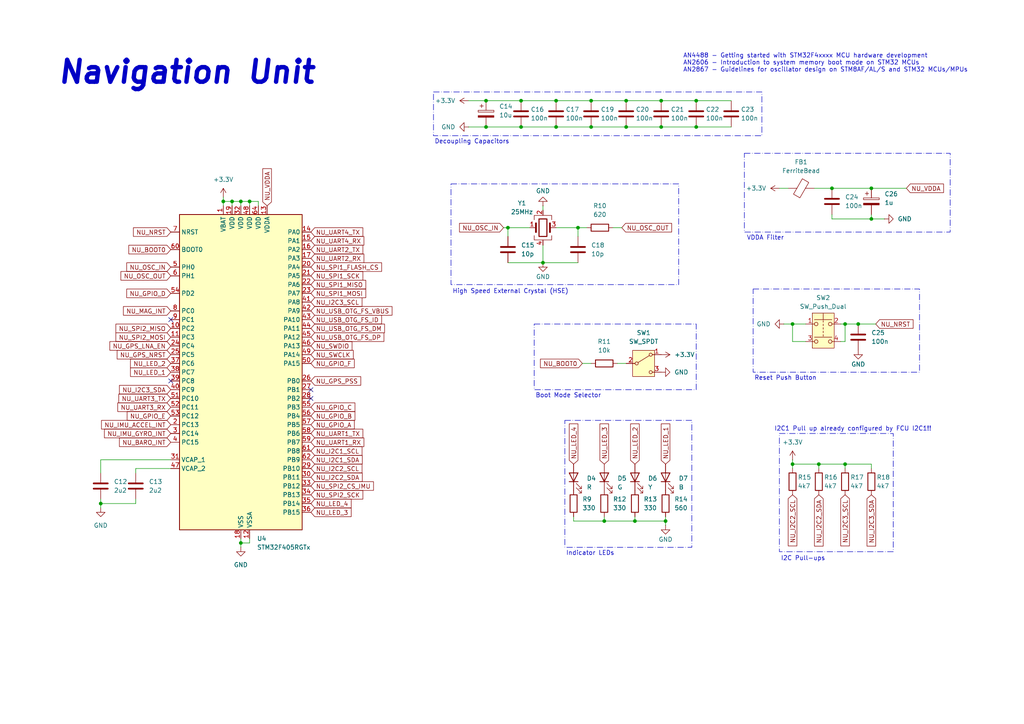
<source format=kicad_sch>
(kicad_sch (version 20250114) (generator "eeschema") (generator_version "9.0")
  (paper "A4")
  (title_block (title "Navigation Unit") (rev "0.1.2") (company "Breno Soares Alves"))
  (lib_symbols
    (symbol "Device:C" (pin_numbers (hide yes)) (pin_names (offset 0.254))
      (property "Reference" "C" (at 0.635 2.54 0))
      (property "Value" "C" (at 0.635 -2.54 0))
      (symbol "C_0_1"
        (polyline (pts (xy -2.032 0.762) (xy 2.032 0.762)) (stroke (width 0.508)))
        (polyline (pts (xy -2.032 -0.762) (xy 2.032 -0.762)) (stroke (width 0.508)))
      )
      (symbol "C_1_1"
        (pin passive line (at 0 3.81 270) (length 2.794) (name "~") (number "1"))
        (pin passive line (at 0 -3.81 90) (length 2.794) (name "~") (number "2"))
      )
    )
    (symbol "Device:C_Polarized" (pin_numbers (hide yes)) (pin_names (offset 0.254))
      (property "Reference" "C" (at 0.635 2.54 0))
      (property "Value" "C_Polarized" (at 0.635 -2.54 0))
      (symbol "C_Polarized_0_1"
        (rectangle (start -2.286 0.508) (end 2.286 1.016))
        (polyline (pts (xy -1.778 2.286) (xy -0.762 2.286)))
        (polyline (pts (xy -1.27 2.794) (xy -1.27 1.778)))
        (rectangle (start 2.286 -0.508) (end -2.286 -1.016) (fill (type outline)))
      )
      (symbol "C_Polarized_1_1"
        (pin passive line (at 0 3.81 270) (length 2.794) (name "~") (number "1"))
        (pin passive line (at 0 -3.81 90) (length 2.794) (name "~") (number "2"))
      )
    )
    (symbol "Device:Crystal_GND24" (pin_names (offset 1.016) (hide yes))
      (property "Reference" "Y" (at 3.175 5.08 0))
      (property "Value" "Crystal_GND24" (at 3.175 3.175 0))
      (symbol "Crystal_GND24_0_1"
        (polyline (pts (xy -2.54 2.286) (xy -2.54 3.556) (xy 2.54 3.556) (xy 2.54 2.286)))
        (polyline (pts (xy -2.54 0) (xy -2.032 0)))
        (polyline (pts (xy -2.54 -2.286) (xy -2.54 -3.556) (xy 2.54 -3.556) (xy 2.54 -2.286)))
        (polyline (pts (xy -2.032 -1.27) (xy -2.032 1.27)) (stroke (width 0.508)))
        (rectangle (start -1.143 2.54) (end 1.143 -2.54) (stroke (width 0.3048)))
        (polyline (pts (xy 0 3.556) (xy 0 3.81)))
        (polyline (pts (xy 0 -3.81) (xy 0 -3.556)))
        (polyline (pts (xy 2.032 0) (xy 2.54 0)))
        (polyline (pts (xy 2.032 -1.27) (xy 2.032 1.27)) (stroke (width 0.508)))
      )
      (symbol "Crystal_GND24_1_1"
        (pin passive line (at -3.81 0 0) (length 1.27) (name "1") (number "1"))
        (pin passive line (at 0 5.08 270) (length 1.27) (name "2") (number "2"))
        (pin passive line (at 0 -5.08 90) (length 1.27) (name "4") (number "4"))
        (pin passive line (at 3.81 0 180) (length 1.27) (name "3") (number "3"))
      )
    )
    (symbol "Device:FerriteBead" (pin_numbers (hide yes)) (pin_names (offset 0))
      (property "Reference" "FB" (at -3.81 0.635 90))
      (property "Value" "FerriteBead" (at 3.81 0 90))
      (symbol "FerriteBead_0_1"
        (polyline (pts (xy -2.7686 0.4064) (xy -1.7018 2.2606) (xy 2.7686 -0.3048) (xy 1.6764 -2.159) (xy -2.7686 0.4064)))
        (polyline (pts (xy 0 1.27) (xy 0 1.2954)))
        (polyline (pts (xy 0 -1.27) (xy 0 -1.2192)))
      )
      (symbol "FerriteBead_1_1"
        (pin passive line (at 0 3.81 270) (length 2.54) (name "~") (number "1"))
        (pin passive line (at 0 -3.81 90) (length 2.54) (name "~") (number "2"))
      )
    )
    (symbol "Device:LED" (pin_numbers (hide yes)) (pin_names (offset 1.016) (hide yes))
      (property "Reference" "D" (at 0 2.54 0))
      (property "Value" "LED" (at 0 -2.54 0))
      (symbol "LED_0_1"
        (polyline (pts (xy -3.048 -0.762) (xy -4.572 -2.286) (xy -3.81 -2.286) (xy -4.572 -2.286) (xy -4.572 -1.524)))
        (polyline (pts (xy -1.778 -0.762) (xy -3.302 -2.286) (xy -2.54 -2.286) (xy -3.302 -2.286) (xy -3.302 -1.524)))
        (polyline (pts (xy -1.27 0) (xy 1.27 0)))
        (polyline (pts (xy -1.27 -1.27) (xy -1.27 1.27)) (stroke (width 0.254)))
        (polyline (pts (xy 1.27 -1.27) (xy 1.27 1.27) (xy -1.27 0) (xy 1.27 -1.27)) (stroke (width 0.254)))
      )
      (symbol "LED_1_1"
        (pin passive line (at -3.81 0 0) (length 2.54) (name "K") (number "1"))
        (pin passive line (at 3.81 0 180) (length 2.54) (name "A") (number "2"))
      )
    )
    (symbol "Device:R" (pin_numbers (hide yes)) (pin_names (offset 0))
      (property "Reference" "R" (at 2.032 0 90))
      (property "Value" "R" (at 0 0 90))
      (symbol "R_0_1"
        (rectangle (start -1.016 -2.54) (end 1.016 2.54) (stroke (width 0.254)))
      )
      (symbol "R_1_1"
        (pin passive line (at 0 3.81 270) (length 1.27) (name "~") (number "1"))
        (pin passive line (at 0 -3.81 90) (length 1.27) (name "~") (number "2"))
      )
    )
    (symbol "MCU_ST_STM32F4:STM32F405RGTx"
      (property "Reference" "U" (at -17.78 46.99 0))
      (property "Value" "STM32F405RGTx" (at 10.16 46.99 0))
      (symbol "STM32F405RGTx_0_1"
        (rectangle (start -17.78 -45.72) (end 17.78 45.72) (stroke (width 0.254)) (fill (type background)))
      )
      (symbol "STM32F405RGTx_1_1"
        (pin input line (at -20.32 40.64 0) (length 2.54) (name "NRST") (number "7"))
        (pin input line (at -20.32 35.56 0) (length 2.54) (name "BOOT0") (number "60"))
        (pin bidirectional line (at -20.32 30.48 0) (length 2.54) (name "PH0") (number "5"))
        (pin bidirectional line (at -20.32 27.94 0) (length 2.54) (name "PH1") (number "6"))
        (pin bidirectional line (at -20.32 22.86 0) (length 2.54) (name "PD2") (number "54"))
        (pin bidirectional line (at -20.32 17.78 0) (length 2.54) (name "PC0") (number "8"))
        (pin bidirectional line (at -20.32 15.24 0) (length 2.54) (name "PC1") (number "9"))
        (pin bidirectional line (at -20.32 12.7 0) (length 2.54) (name "PC2") (number "10"))
        (pin bidirectional line (at -20.32 10.16 0) (length 2.54) (name "PC3") (number "11"))
        (pin bidirectional line (at -20.32 7.62 0) (length 2.54) (name "PC4") (number "24"))
        (pin bidirectional line (at -20.32 5.08 0) (length 2.54) (name "PC5") (number "25"))
        (pin bidirectional line (at -20.32 2.54 0) (length 2.54) (name "PC6") (number "37"))
        (pin bidirectional line (at -20.32 0 0) (length 2.54) (name "PC7") (number "38"))
        (pin bidirectional line (at -20.32 -2.54 0) (length 2.54) (name "PC8") (number "39"))
        (pin bidirectional line (at -20.32 -5.08 0) (length 2.54) (name "PC9") (number "40"))
        (pin bidirectional line (at -20.32 -7.62 0) (length 2.54) (name "PC10") (number "51"))
        (pin bidirectional line (at -20.32 -10.16 0) (length 2.54) (name "PC11") (number "52"))
        (pin bidirectional line (at -20.32 -12.7 0) (length 2.54) (name "PC12") (number "53"))
        (pin bidirectional line (at -20.32 -15.24 0) (length 2.54) (name "PC13") (number "2"))
        (pin bidirectional line (at -20.32 -17.78 0) (length 2.54) (name "PC14") (number "3"))
        (pin bidirectional line (at -20.32 -20.32 0) (length 2.54) (name "PC15") (number "4"))
        (pin power_out line (at -20.32 -25.4 0) (length 2.54) (name "VCAP_1") (number "31"))
        (pin power_out line (at -20.32 -27.94 0) (length 2.54) (name "VCAP_2") (number "47"))
        (pin power_in line (at -5.08 48.26 270) (length 2.54) (name "VBAT") (number "1"))
        (pin power_in line (at -2.54 48.26 270) (length 2.54) (name "VDD") (number "19"))
        (pin power_in line (at 0 48.26 270) (length 2.54) (name "VDD") (number "32"))
        (pin power_in line (at 0 -48.26 90) (length 2.54) (name "VSS") (number "18"))
        (pin passive line (at 0 -48.26 90) (length 2.54) (hide yes) (name "VSS") (number "63"))
        (pin power_in line (at 2.54 48.26 270) (length 2.54) (name "VDD") (number "48"))
        (pin power_in line (at 2.54 -48.26 90) (length 2.54) (name "VSSA") (number "12"))
        (pin power_in line (at 5.08 48.26 270) (length 2.54) (name "VDD") (number "64"))
        (pin power_in line (at 7.62 48.26 270) (length 2.54) (name "VDDA") (number "13"))
        (pin bidirectional line (at 20.32 40.64 180) (length 2.54) (name "PA0") (number "14"))
        (pin bidirectional line (at 20.32 38.1 180) (length 2.54) (name "PA1") (number "15"))
        (pin bidirectional line (at 20.32 35.56 180) (length 2.54) (name "PA2") (number "16"))
        (pin bidirectional line (at 20.32 33.02 180) (length 2.54) (name "PA3") (number "17"))
        (pin bidirectional line (at 20.32 30.48 180) (length 2.54) (name "PA4") (number "20"))
        (pin bidirectional line (at 20.32 27.94 180) (length 2.54) (name "PA5") (number "21"))
        (pin bidirectional line (at 20.32 25.4 180) (length 2.54) (name "PA6") (number "22"))
        (pin bidirectional line (at 20.32 22.86 180) (length 2.54) (name "PA7") (number "23"))
        (pin bidirectional line (at 20.32 20.32 180) (length 2.54) (name "PA8") (number "41"))
        (pin bidirectional line (at 20.32 17.78 180) (length 2.54) (name "PA9") (number "42"))
        (pin bidirectional line (at 20.32 15.24 180) (length 2.54) (name "PA10") (number "43"))
        (pin bidirectional line (at 20.32 12.7 180) (length 2.54) (name "PA11") (number "44"))
        (pin bidirectional line (at 20.32 10.16 180) (length 2.54) (name "PA12") (number "45"))
        (pin bidirectional line (at 20.32 7.62 180) (length 2.54) (name "PA13") (number "46"))
        (pin bidirectional line (at 20.32 5.08 180) (length 2.54) (name "PA14") (number "49"))
        (pin bidirectional line (at 20.32 2.54 180) (length 2.54) (name "PA15") (number "50"))
        (pin bidirectional line (at 20.32 -2.54 180) (length 2.54) (name "PB0") (number "26"))
        (pin bidirectional line (at 20.32 -5.08 180) (length 2.54) (name "PB1") (number "27"))
        (pin bidirectional line (at 20.32 -7.62 180) (length 2.54) (name "PB2") (number "28"))
        (pin bidirectional line (at 20.32 -10.16 180) (length 2.54) (name "PB3") (number "55"))
        (pin bidirectional line (at 20.32 -12.7 180) (length 2.54) (name "PB4") (number "56"))
        (pin bidirectional line (at 20.32 -15.24 180) (length 2.54) (name "PB5") (number "57"))
        (pin bidirectional line (at 20.32 -17.78 180) (length 2.54) (name "PB6") (number "58"))
        (pin bidirectional line (at 20.32 -20.32 180) (length 2.54) (name "PB7") (number "59"))
        (pin bidirectional line (at 20.32 -22.86 180) (length 2.54) (name "PB8") (number "61"))
        (pin bidirectional line (at 20.32 -25.4 180) (length 2.54) (name "PB9") (number "62"))
        (pin bidirectional line (at 20.32 -27.94 180) (length 2.54) (name "PB10") (number "29"))
        (pin bidirectional line (at 20.32 -30.48 180) (length 2.54) (name "PB11") (number "30"))
        (pin bidirectional line (at 20.32 -33.02 180) (length 2.54) (name "PB12") (number "33"))
        (pin bidirectional line (at 20.32 -35.56 180) (length 2.54) (name "PB13") (number "34"))
        (pin bidirectional line (at 20.32 -38.1 180) (length 2.54) (name "PB14") (number "35"))
        (pin bidirectional line (at 20.32 -40.64 180) (length 2.54) (name "PB15") (number "36"))
      )
    )
    (symbol "Switch:SW_Push_Dual" (pin_names (offset 1.016) (hide yes))
      (property "Reference" "SW" (at 0 7.62 0))
      (property "Value" "SW_Push_Dual" (at 0 -6.35 0))
      (symbol "SW_Push_Dual_0_1"
        (circle (center -2.032 2.54) (radius 0.508))
        (circle (center -2.032 -2.54) (radius 0.508))
        (polyline (pts (xy 0 3.81) (xy 0 5.588)))
        (polyline (pts (xy 0 3.048) (xy 0 3.556)))
        (polyline (pts (xy 0 2.032) (xy 0 2.54)))
        (polyline (pts (xy 0 1.016) (xy 0 1.524)))
        (polyline (pts (xy 0 0.508) (xy 0 0)))
        (polyline (pts (xy 0 -0.508) (xy 0 -1.016)))
        (circle (center 2.032 2.54) (radius 0.508))
        (circle (center 2.032 -2.54) (radius 0.508))
        (polyline (pts (xy 2.54 3.81) (xy -2.54 3.81)))
        (polyline (pts (xy 2.54 -1.27) (xy -2.54 -1.27)))
        (pin passive line (at -5.08 2.54 0) (length 2.54) (name "1") (number "1"))
        (pin passive line (at -5.08 -2.54 0) (length 2.54) (name "3") (number "3"))
        (pin passive line (at 5.08 2.54 180) (length 2.54) (name "2") (number "2"))
        (pin passive line (at 5.08 -2.54 180) (length 2.54) (name "4") (number "4"))
      )
      (symbol "SW_Push_Dual_1_1"
        (rectangle (start -3.175 5.715) (end 3.175 -4.445) (fill (type background)))
      )
    )
    (symbol "Switch:SW_SPDT" (pin_names (offset 0) (hide yes))
      (property "Reference" "SW" (at 0 5.08 0))
      (property "Value" "SW_SPDT" (at 0 -5.08 0))
      (symbol "SW_SPDT_0_1"
        (circle (center -2.032 0) (radius 0.4572))
        (polyline (pts (xy -1.651 0.254) (xy 1.651 2.286)))
        (circle (center 2.032 2.54) (radius 0.4572))
        (circle (center 2.032 -2.54) (radius 0.4572))
      )
      (symbol "SW_SPDT_1_1"
        (rectangle (start -3.175 3.81) (end 3.175 -3.81) (fill (type background)))
        (pin passive line (at -5.08 0 0) (length 2.54) (name "B") (number "2"))
        (pin passive line (at 5.08 2.54 180) (length 2.54) (name "A") (number "1"))
        (pin passive line (at 5.08 -2.54 180) (length 2.54) (name "C") (number "3"))
      )
    )
    (symbol "power:+3.3V" (power) (pin_numbers (hide yes)) (pin_names (offset 0) (hide yes))
      (property "Value" "+3.3V" (at 0 3.556 0))
      (symbol "+3.3V_0_1"
        (polyline (pts (xy -0.762 1.27) (xy 0 2.54)))
        (polyline (pts (xy 0 2.54) (xy 0.762 1.27)))
        (polyline (pts (xy 0 0) (xy 0 2.54)))
      )
      (symbol "+3.3V_1_1"
        (pin power_in line (at 0 0 90) (length 0) (name "~") (number "1"))
      )
    )
    (symbol "power:GND" (power) (pin_numbers (hide yes)) (pin_names (offset 0) (hide yes))
      (property "Value" "GND" (at 0 -3.81 0))
      (symbol "GND_0_1"
        (polyline (pts (xy 0 0) (xy 0 -1.27) (xy 1.27 -1.27) (xy 0 -2.54) (xy -1.27 -1.27) (xy 0 -1.27)))
      )
      (symbol "GND_1_1"
        (pin power_in line (at 0 0 270) (length 0) (name "~") (number "1"))
      )
    )
  )
  (rectangle (start 226.06 125.73) (end 259.08 160.02) (stroke (width 0) (type dash_dot)))
  (rectangle (start 218.44 83.82) (end 266.7 107.95) (stroke (width 0) (type dash_dot)))
  (rectangle (start 154.94 93.98) (end 201.93 113.03) (stroke (width 0) (type dash_dot)))
  (rectangle (start 130.81 53.34) (end 196.85 82.55) (stroke (width 0) (type dash_dot)))
  (rectangle (start 125.73 26.67) (end 220.98 39.37) (stroke (width 0) (type dash_dot)))
  (rectangle (start 215.9 44.45) (end 275.59 67.31) (stroke (width 0) (type dash_dot)))
  (rectangle (start 163.83 121.92) (end 200.66 158.75) (stroke (width 0) (type dash_dot)))
  (text "Decoupling Capacitors" (at 136.906 41.148 0) (effects (font (size 1.27 1.27))))
  (text "I2C Pull-ups" (at 232.918 162.052 0) (effects (font (size 1.27 1.27))))
  (text "Indicator LEDs" (at 171.196 160.528 0) (effects (font (size 1.27 1.27))))
  (text "I2C1 Pull up already configured by FCU I2C1!!" (at 247.396 124.46 0) (effects (font (size 1.27 1.27))))
  (text "Reset Push Button" (at 227.838 109.728 0) (effects (font (size 1.27 1.27))))
  (text "Boot Mode Selector" (at 164.846 114.808 0) (effects (font (size 1.27 1.27))))
  (text "VDDA Filter" (at 221.996 69.088 0) (effects (font (size 1.27 1.27))))
  (text "AN4488 - Getting started with STM32F4xxxx MCU hardware development\nAN2606 - Introduction to system memory boot mode on STM32 MCUs\nAN2867 - Guidelines for oscillator design on STM8AF/AL/S and STM32 MCUs/MPUs" (at 198.12 18.288 0) (effects (font (size 1.27 1.27)) (justify left)))
  (text "Navigation Unit" (at 54.102 21.082 0) (effects (font (size 6.35 6.35) (thickness 1.27) (bold yes) (italic yes))))
  (text "High Speed External Crystal (HSE)" (at 148.082 84.582 0) (effects (font (size 1.27 1.27))))
  (junction (at 241.3 54.61))
  (junction (at 161.29 29.21))
  (junction (at 167.64 66.04))
  (junction (at 201.93 29.21))
  (junction (at 184.15 151.13))
  (junction (at 229.87 93.98))
  (junction (at 69.85 157.48))
  (junction (at 67.31 58.42))
  (junction (at 181.61 36.83))
  (junction (at 245.11 93.98))
  (junction (at 140.97 29.21))
  (junction (at 151.13 36.83))
  (junction (at 171.45 36.83))
  (junction (at 252.73 63.5))
  (junction (at 151.13 29.21))
  (junction (at 69.85 58.42))
  (junction (at 140.97 36.83))
  (junction (at 248.92 93.98))
  (junction (at 72.39 58.42))
  (junction (at 175.26 151.13))
  (junction (at 252.73 54.61))
  (junction (at 193.04 151.13))
  (junction (at 191.77 36.83))
  (junction (at 157.48 76.2))
  (junction (at 64.77 58.42))
  (junction (at 161.29 36.83))
  (junction (at 181.61 29.21))
  (junction (at 237.49 134.62))
  (junction (at 229.87 134.62))
  (junction (at 147.32 66.04))
  (junction (at 171.45 29.21))
  (junction (at 201.93 36.83))
  (junction (at 245.11 134.62))
  (junction (at 29.21 146.05))
  (junction (at 191.77 29.21))
  (no_connect (at 90.17 113.03))
  (no_connect (at 49.53 92.71))
  (no_connect (at 90.17 115.57))
  (no_connect (at 49.53 110.49))
  (wire (pts (xy 39.37 146.05) (xy 39.37 144.78)))
  (wire (pts (xy 193.04 149.86) (xy 193.04 151.13)))
  (wire (pts (xy 161.29 29.21) (xy 171.45 29.21)))
  (wire (pts (xy 67.31 58.42) (xy 67.31 59.69)))
  (wire (pts (xy 74.93 58.42) (xy 74.93 59.69)))
  (wire (pts (xy 167.64 66.04) (xy 170.18 66.04)))
  (wire (pts (xy 193.04 151.13) (xy 184.15 151.13)))
  (wire (pts (xy 135.89 36.83) (xy 140.97 36.83)))
  (wire (pts (xy 229.87 134.62) (xy 237.49 134.62)))
  (wire (pts (xy 236.22 54.61) (xy 241.3 54.61)))
  (wire (pts (xy 151.13 29.21) (xy 161.29 29.21)))
  (wire (pts (xy 140.97 29.21) (xy 151.13 29.21)))
  (wire (pts (xy 147.32 66.04) (xy 153.67 66.04)))
  (wire (pts (xy 29.21 133.35) (xy 29.21 137.16)))
  (wire (pts (xy 157.48 59.69) (xy 157.48 60.96)))
  (wire (pts (xy 245.11 134.62) (xy 252.73 134.62)))
  (wire (pts (xy 229.87 93.98) (xy 229.87 99.06)))
  (wire (pts (xy 245.11 99.06) (xy 245.11 93.98)))
  (wire (pts (xy 64.77 58.42) (xy 67.31 58.42)))
  (wire (pts (xy 227.33 93.98) (xy 229.87 93.98)))
  (wire (pts (xy 29.21 146.05) (xy 39.37 146.05)))
  (wire (pts (xy 157.48 71.12) (xy 157.48 76.2)))
  (wire (pts (xy 237.49 134.62) (xy 245.11 134.62)))
  (wire (pts (xy 201.93 36.83) (xy 212.09 36.83)))
  (wire (pts (xy 201.93 29.21) (xy 212.09 29.21)))
  (wire (pts (xy 69.85 58.42) (xy 69.85 59.69)))
  (wire (pts (xy 256.54 63.5) (xy 252.73 63.5)))
  (wire (pts (xy 245.11 134.62) (xy 245.11 135.89)))
  (wire (pts (xy 171.45 36.83) (xy 181.61 36.83)))
  (wire (pts (xy 237.49 134.62) (xy 237.49 135.89)))
  (wire (pts (xy 147.32 66.04) (xy 147.32 68.58)))
  (wire (pts (xy 252.73 63.5) (xy 241.3 63.5)))
  (wire (pts (xy 29.21 146.05) (xy 29.21 147.32)))
  (wire (pts (xy 226.06 54.61) (xy 228.6 54.61)))
  (wire (pts (xy 161.29 66.04) (xy 167.64 66.04)))
  (wire (pts (xy 229.87 133.35) (xy 229.87 134.62)))
  (wire (pts (xy 147.32 76.2) (xy 157.48 76.2)))
  (wire (pts (xy 69.85 58.42) (xy 72.39 58.42)))
  (wire (pts (xy 252.73 63.5) (xy 252.73 62.23)))
  (wire (pts (xy 241.3 54.61) (xy 252.73 54.61)))
  (wire (pts (xy 29.21 144.78) (xy 29.21 146.05)))
  (wire (pts (xy 157.48 76.2) (xy 167.64 76.2)))
  (wire (pts (xy 248.92 93.98) (xy 254 93.98)))
  (wire (pts (xy 69.85 156.21) (xy 69.85 157.48)))
  (wire (pts (xy 184.15 151.13) (xy 184.15 149.86)))
  (wire (pts (xy 245.11 93.98) (xy 248.92 93.98)))
  (wire (pts (xy 39.37 135.89) (xy 49.53 135.89)))
  (wire (pts (xy 135.89 29.21) (xy 140.97 29.21)))
  (wire (pts (xy 167.64 68.58) (xy 167.64 66.04)))
  (wire (pts (xy 39.37 135.89) (xy 39.37 137.16)))
  (wire (pts (xy 179.07 105.41) (xy 181.61 105.41)))
  (wire (pts (xy 140.97 36.83) (xy 151.13 36.83)))
  (wire (pts (xy 175.26 151.13) (xy 166.37 151.13)))
  (wire (pts (xy 243.84 93.98) (xy 245.11 93.98)))
  (wire (pts (xy 191.77 29.21) (xy 201.93 29.21)))
  (wire (pts (xy 146.05 66.04) (xy 147.32 66.04)))
  (wire (pts (xy 168.91 105.41) (xy 171.45 105.41)))
  (wire (pts (xy 193.04 151.13) (xy 193.04 152.4)))
  (wire (pts (xy 241.3 63.5) (xy 241.3 62.23)))
  (wire (pts (xy 69.85 157.48) (xy 72.39 157.48)))
  (wire (pts (xy 72.39 58.42) (xy 74.93 58.42)))
  (wire (pts (xy 181.61 29.21) (xy 191.77 29.21)))
  (wire (pts (xy 72.39 58.42) (xy 72.39 59.69)))
  (wire (pts (xy 175.26 151.13) (xy 175.26 149.86)))
  (wire (pts (xy 252.73 54.61) (xy 262.89 54.61)))
  (wire (pts (xy 72.39 157.48) (xy 72.39 156.21)))
  (wire (pts (xy 181.61 36.83) (xy 191.77 36.83)))
  (wire (pts (xy 177.8 66.04) (xy 180.34 66.04)))
  (wire (pts (xy 64.77 58.42) (xy 64.77 59.69)))
  (wire (pts (xy 184.15 151.13) (xy 175.26 151.13)))
  (wire (pts (xy 229.87 93.98) (xy 233.68 93.98)))
  (wire (pts (xy 166.37 151.13) (xy 166.37 149.86)))
  (wire (pts (xy 49.53 133.35) (xy 29.21 133.35)))
  (wire (pts (xy 171.45 29.21) (xy 181.61 29.21)))
  (wire (pts (xy 67.31 58.42) (xy 69.85 58.42)))
  (wire (pts (xy 229.87 99.06) (xy 233.68 99.06)))
  (wire (pts (xy 69.85 157.48) (xy 69.85 158.75)))
  (wire (pts (xy 161.29 36.83) (xy 171.45 36.83)))
  (wire (pts (xy 151.13 36.83) (xy 161.29 36.83)))
  (wire (pts (xy 243.84 99.06) (xy 245.11 99.06)))
  (wire (pts (xy 64.77 57.15) (xy 64.77 58.42)))
  (wire (pts (xy 252.73 134.62) (xy 252.73 135.89)))
  (wire (pts (xy 191.77 36.83) (xy 201.93 36.83)))
  (wire (pts (xy 229.87 134.62) (xy 229.87 135.89)))
  (global_label "NU_OSC_IN" (shape input) (at 146.05 66.04 180) (property "Intersheetrefs" "${INTERSHEET_REFS}" (effects (hide yes))))
  (global_label "NU_I2C2_SCL" (shape input) (at 229.87 143.51 270) (property "Intersheetrefs" "${INTERSHEET_REFS}" (effects (hide yes))))
  (global_label "NU_BOOT0" (shape input) (at 49.53 72.39 180) (property "Intersheetrefs" "${INTERSHEET_REFS}" (effects (hide yes))))
  (global_label "NU_SWCLK" (shape input) (at 90.17 102.87 0) (property "Intersheetrefs" "${INTERSHEET_REFS}" (effects (hide yes))))
  (global_label "NU_I2C3_SDA" (shape input) (at 49.53 113.03 180) (property "Intersheetrefs" "${INTERSHEET_REFS}" (effects (hide yes))))
  (global_label "NU_I2C2_SDA" (shape input) (at 90.17 138.43 0) (property "Intersheetrefs" "${INTERSHEET_REFS}" (effects (hide yes))))
  (global_label "NU_OSC_IN" (shape input) (at 49.53 77.47 180) (property "Intersheetrefs" "${INTERSHEET_REFS}" (effects (hide yes))))
  (global_label "NU_UART3_RX" (shape input) (at 49.53 118.11 180) (property "Intersheetrefs" "${INTERSHEET_REFS}" (effects (hide yes))))
  (global_label "NU_LED_4" (shape input) (at 166.37 134.62 90) (property "Intersheetrefs" "${INTERSHEET_REFS}" (effects (hide yes))))
  (global_label "NU_NRST" (shape input) (at 254 93.98 0) (property "Intersheetrefs" "${INTERSHEET_REFS}" (effects (hide yes))))
  (global_label "NU_GPIO_B" (shape input) (at 90.17 120.65 0) (property "Intersheetrefs" "${INTERSHEET_REFS}" (effects (hide yes))))
  (global_label "NU_LED_1" (shape input) (at 49.53 107.95 180) (property "Intersheetrefs" "${INTERSHEET_REFS}" (effects (hide yes))))
  (global_label "NU_USB_OTG_FS_ID" (shape input) (at 90.17 92.71 0) (property "Intersheetrefs" "${INTERSHEET_REFS}" (effects (hide yes))))
  (global_label "NU_I2C3_SCL" (shape input) (at 90.17 87.63 0) (property "Intersheetrefs" "${INTERSHEET_REFS}" (effects (hide yes))))
  (global_label "NU_LED_3" (shape input) (at 90.17 148.59 0) (property "Intersheetrefs" "${INTERSHEET_REFS}" (effects (hide yes))))
  (global_label "NU_LED_3" (shape input) (at 175.26 134.62 90) (property "Intersheetrefs" "${INTERSHEET_REFS}" (effects (hide yes))))
  (global_label "NU_OSC_OUT" (shape input) (at 180.34 66.04 0) (property "Intersheetrefs" "${INTERSHEET_REFS}" (effects (hide yes))))
  (global_label "NU_LED_4" (shape input) (at 90.17 146.05 0) (property "Intersheetrefs" "${INTERSHEET_REFS}" (effects (hide yes))))
  (global_label "NU_LED_2" (shape input) (at 49.53 105.41 180) (property "Intersheetrefs" "${INTERSHEET_REFS}" (effects (hide yes))))
  (global_label "NU_SWDIO" (shape input) (at 90.17 100.33 0) (property "Intersheetrefs" "${INTERSHEET_REFS}" (effects (hide yes))))
  (global_label "NU_GPS_LNA_EN" (shape input) (at 49.53 100.33 180) (property "Intersheetrefs" "${INTERSHEET_REFS}" (effects (hide yes))))
  (global_label "NU_SPI2_CS_IMU" (shape input) (at 90.17 140.97 0) (property "Intersheetrefs" "${INTERSHEET_REFS}" (effects (hide yes))))
  (global_label "NU_USB_OTG_FS_DM" (shape input) (at 90.17 95.25 0) (property "Intersheetrefs" "${INTERSHEET_REFS}" (effects (hide yes))))
  (global_label "NU_UART1_RX" (shape input) (at 90.17 128.27 0) (property "Intersheetrefs" "${INTERSHEET_REFS}" (effects (hide yes))))
  (global_label "NU_IMU_GYRO_INT" (shape input) (at 49.53 125.73 180) (property "Intersheetrefs" "${INTERSHEET_REFS}" (effects (hide yes))))
  (global_label "NU_I2C1_SDA" (shape input) (at 90.17 133.35 0) (property "Intersheetrefs" "${INTERSHEET_REFS}" (effects (hide yes))))
  (global_label "NU_SPI2_SCK" (shape input) (at 90.17 143.51 0) (property "Intersheetrefs" "${INTERSHEET_REFS}" (effects (hide yes))))
  (global_label "NU_I2C2_SDA" (shape input) (at 237.49 143.51 270) (property "Intersheetrefs" "${INTERSHEET_REFS}" (effects (hide yes))))
  (global_label "NU_GPS_NRST" (shape input) (at 49.53 102.87 180) (property "Intersheetrefs" "${INTERSHEET_REFS}" (effects (hide yes))))
  (global_label "NU_USB_OTG_FS_VBUS" (shape input) (at 90.17 90.17 0) (property "Intersheetrefs" "${INTERSHEET_REFS}" (effects (hide yes))))
  (global_label "NU_GPIO_E" (shape input) (at 49.53 120.65 180) (property "Intersheetrefs" "${INTERSHEET_REFS}" (effects (hide yes))))
  (global_label "NU_I2C1_SCL" (shape input) (at 90.17 130.81 0) (property "Intersheetrefs" "${INTERSHEET_REFS}" (effects (hide yes))))
  (global_label "NU_BOOT0" (shape input) (at 168.91 105.41 180) (property "Intersheetrefs" "${INTERSHEET_REFS}" (effects (hide yes))))
  (global_label "NU_UART3_TX" (shape input) (at 49.53 115.57 180) (property "Intersheetrefs" "${INTERSHEET_REFS}" (effects (hide yes))))
  (global_label "NU_MAG_INT" (shape input) (at 49.53 90.17 180) (property "Intersheetrefs" "${INTERSHEET_REFS}" (effects (hide yes))))
  (global_label "NU_LED_1" (shape input) (at 193.04 134.62 90) (property "Intersheetrefs" "${INTERSHEET_REFS}" (effects (hide yes))))
  (global_label "NU_GPS_PSS" (shape input) (at 90.17 110.49 0) (property "Intersheetrefs" "${INTERSHEET_REFS}" (effects (hide yes))))
  (global_label "NU_VDDA" (shape input) (at 77.47 59.69 90) (property "Intersheetrefs" "${INTERSHEET_REFS}" (effects (hide yes))))
  (global_label "NU_UART4_TX" (shape input) (at 90.17 67.31 0) (property "Intersheetrefs" "${INTERSHEET_REFS}" (effects (hide yes))))
  (global_label "NU_I2C2_SCL" (shape input) (at 90.17 135.89 0) (property "Intersheetrefs" "${INTERSHEET_REFS}" (effects (hide yes))))
  (global_label "NU_BARO_INT" (shape input) (at 49.53 128.27 180) (property "Intersheetrefs" "${INTERSHEET_REFS}" (effects (hide yes))))
  (global_label "NU_VDDA" (shape input) (at 262.89 54.61 0) (property "Intersheetrefs" "${INTERSHEET_REFS}" (effects (hide yes))))
  (global_label "NU_SPI1_SCK" (shape input) (at 90.17 80.01 0) (property "Intersheetrefs" "${INTERSHEET_REFS}" (effects (hide yes))))
  (global_label "NU_GPIO_A" (shape input) (at 90.17 123.19 0) (property "Intersheetrefs" "${INTERSHEET_REFS}" (effects (hide yes))))
  (global_label "NU_UART1_TX" (shape input) (at 90.17 125.73 0) (property "Intersheetrefs" "${INTERSHEET_REFS}" (effects (hide yes))))
  (global_label "NU_SPI2_MISO" (shape input) (at 49.53 95.25 180) (property "Intersheetrefs" "${INTERSHEET_REFS}" (effects (hide yes))))
  (global_label "NU_SPI1_MISO" (shape input) (at 90.17 82.55 0) (property "Intersheetrefs" "${INTERSHEET_REFS}" (effects (hide yes))))
  (global_label "NU_SPI2_MOSI" (shape input) (at 49.53 97.79 180) (property "Intersheetrefs" "${INTERSHEET_REFS}" (effects (hide yes))))
  (global_label "NU_USB_OTG_FS_DP" (shape input) (at 90.17 97.79 0) (property "Intersheetrefs" "${INTERSHEET_REFS}" (effects (hide yes))))
  (global_label "NU_GPIO_C" (shape input) (at 90.17 118.11 0) (property "Intersheetrefs" "${INTERSHEET_REFS}" (effects (hide yes))))
  (global_label "NU_SPI1_MOSI" (shape input) (at 90.17 85.09 0) (property "Intersheetrefs" "${INTERSHEET_REFS}" (effects (hide yes))))
  (global_label "NU_UART2_TX" (shape input) (at 90.17 72.39 0) (property "Intersheetrefs" "${INTERSHEET_REFS}" (effects (hide yes))))
  (global_label "NU_I2C3_SCL" (shape input) (at 245.11 143.51 270) (property "Intersheetrefs" "${INTERSHEET_REFS}" (effects (hide yes))))
  (global_label "NU_UART4_RX" (shape input) (at 90.17 69.85 0) (property "Intersheetrefs" "${INTERSHEET_REFS}" (effects (hide yes))))
  (global_label "NU_SPI1_FLASH_CS" (shape input) (at 90.17 77.47 0) (property "Intersheetrefs" "${INTERSHEET_REFS}" (effects (hide yes))))
  (global_label "NU_GPIO_D" (shape input) (at 49.53 85.09 180) (property "Intersheetrefs" "${INTERSHEET_REFS}" (effects (hide yes))))
  (global_label "NU_UART2_RX" (shape input) (at 90.17 74.93 0) (property "Intersheetrefs" "${INTERSHEET_REFS}" (effects (hide yes))))
  (global_label "NU_IMU_ACCEL_INT" (shape input) (at 49.53 123.19 180) (property "Intersheetrefs" "${INTERSHEET_REFS}" (effects (hide yes))))
  (global_label "NU_GPIO_F" (shape input) (at 90.17 105.41 0) (property "Intersheetrefs" "${INTERSHEET_REFS}" (effects (hide yes))))
  (global_label "NU_I2C3_SDA" (shape input) (at 252.73 143.51 270) (property "Intersheetrefs" "${INTERSHEET_REFS}" (effects (hide yes))))
  (global_label "NU_OSC_OUT" (shape input) (at 49.53 80.01 180) (property "Intersheetrefs" "${INTERSHEET_REFS}" (effects (hide yes))))
  (global_label "NU_NRST" (shape input) (at 49.53 67.31 180) (property "Intersheetrefs" "${INTERSHEET_REFS}" (effects (hide yes))))
  (global_label "NU_LED_2" (shape input) (at 184.15 134.62 90) (property "Intersheetrefs" "${INTERSHEET_REFS}" (effects (hide yes))))
  (symbol (lib_id "Device:R") (at 229.87 139.7 0) (unit 1)
    (property "Reference" "R15" (at 231.394 138.43 0) (effects (justify left)))
    (property "Value" "4k7" (at 231.394 140.97 0) (effects (justify left)))
    (property "Footprint" "Resistor_SMD:R_0402_1005Metric" (effects (hide yes)))
    (property "Description" "Resistor, 4.7 kΩ, 1 %" (effects (hide yes)))
    (property "Digikey_Link" "https://www.digikey.com.br/pt/products/detail/panasonic-electronic-components/ERJ-3EKF4701V/1746419" (effects (hide yes)))
    (property "MPN" "ERJ-3EKF4701V" (effects (hide yes)))
  )
  (symbol (lib_id "power:GND") (at 256.54 63.5 90) (unit 1)
    (property "Reference" "#PWR037" (effects (hide yes)))
    (property "Value" "GND" (at 260.35 63.4999 90) (effects (justify right)))
    (property "Description" "Power symbol creates a global label with name \"GND\" , ground" (effects (hide yes)))
  )
  (symbol (lib_id "Device:C") (at 191.77 33.02 0) (unit 1)
    (property "Reference" "C21" (at 194.564 31.75 0) (effects (justify left)))
    (property "Value" "100n" (at 194.564 34.29 0) (effects (justify left)))
    (property "Footprint" "Capacitor_SMD:C_0402_1005Metric" (effects (hide yes)))
    (property "Description" "Ceramic capacitor, 100 nF, 10 V, X7R" (effects (hide yes)))
    (property "Digikey_Link" "https://www.digikey.com.br/pt/products/detail/samsung-electro-mechanics/CL05B104KP5NNNC/3886660" (effects (hide yes)))
    (property "MPN" "CL05B104KP5NNNC" (effects (hide yes)))
  )
  (symbol (lib_id "power:GND") (at 157.48 76.2 0) (unit 1)
    (property "Reference" "#PWR029" (effects (hide yes)))
    (property "Value" "GND" (at 157.48 80.264 0))
    (property "Description" "Power symbol creates a global label with name \"GND\" , ground" (effects (hide yes)))
  )
  (symbol (lib_id "power:+3.3V") (at 135.89 29.21 90) (unit 1)
    (property "Reference" "#PWR026" (effects (hide yes)))
    (property "Value" "+3.3V" (at 132.08 29.2099 90) (effects (justify left)))
    (property "Description" "Power symbol creates a global label with name \"+3.3V\"" (effects (hide yes)))
  )
  (symbol (lib_id "power:GND") (at 248.92 101.6 0) (unit 1)
    (property "Reference" "#PWR036" (effects (hide yes)))
    (property "Value" "GND" (at 248.92 105.664 0))
    (property "Description" "Power symbol creates a global label with name \"GND\" , ground" (effects (hide yes)))
  )
  (symbol (lib_id "power:+3.3V") (at 226.06 54.61 90) (unit 1)
    (property "Reference" "#PWR033" (effects (hide yes)))
    (property "Value" "+3.3V" (at 222.25 54.6099 90) (effects (justify left)))
    (property "Description" "Power symbol creates a global label with name \"+3.3V\"" (effects (hide yes)))
  )
  (symbol (lib_id "power:GND") (at 135.89 36.83 270) (unit 1)
    (property "Reference" "#PWR027" (effects (hide yes)))
    (property "Value" "GND" (at 132.08 36.8299 90) (effects (justify right)))
    (property "Description" "Power symbol creates a global label with name \"GND\" , ground" (effects (hide yes)))
  )
  (symbol (lib_id "power:+3.3V") (at 229.87 133.35 0) (unit 1)
    (property "Reference" "#PWR035" (effects (hide yes)))
    (property "Value" "+3.3V" (at 229.87 128.27 0))
    (property "Description" "Power symbol creates a global label with name \"+3.3V\"" (effects (hide yes)))
  )
  (symbol (lib_id "Switch:SW_SPDT") (at 186.69 105.41 0) (unit 1)
    (property "Reference" "SW1" (at 186.69 96.52 0))
    (property "Value" "SW_SPDT" (at 186.69 99.06 0))
    (property "Footprint" "Button_Switch_SMD:SW_SPDT_PCM12" (effects (hide yes)))
    (property "Description" "Switch, single pole double throw" (effects (hide yes)))
    (property "Digikey_Link" "https://www.digikey.com.br/pt/products/detail/c-k/pcm12smtbr/21395124" (effects (hide yes)))
    (property "MPN" "PCM12SMTR" (effects (hide yes)))
  )
  (symbol (lib_id "Device:C") (at 147.32 72.39 0) (unit 1)
    (property "Reference" "C15" (at 151.13 71.1199 0) (effects (justify left)))
    (property "Value" "10p" (at 151.13 73.6599 0) (effects (justify left)))
    (property "Footprint" "Capacitor_SMD:C_0402_1005Metric" (effects (hide yes)))
    (property "Description" "Ceramic capacitor, 1 µF, 50 V, X7R" (effects (hide yes)))
    (property "Digikey_Link" "https://www.digikey.com.br/pt/products/detail/w%C3%BCrth-elektronik/885012005007/5453280" (effects (hide yes)))
    (property "MPN" "885012005007" (effects (hide yes)))
  )
  (symbol (lib_id "Device:C") (at 161.29 33.02 0) (unit 1)
    (property "Reference" "C17" (at 164.084 31.75 0) (effects (justify left)))
    (property "Value" "100n" (at 164.084 34.29 0) (effects (justify left)))
    (property "Footprint" "Capacitor_SMD:C_0402_1005Metric" (effects (hide yes)))
    (property "Description" "Ceramic capacitor, 100 nF, 10 V, X7R" (effects (hide yes)))
    (property "Digikey_Link" "https://www.digikey.com.br/pt/products/detail/samsung-electro-mechanics/CL05B104KP5NNNC/3886660" (effects (hide yes)))
    (property "MPN" "CL05B104KP5NNNC" (effects (hide yes)))
  )
  (symbol (lib_id "Device:LED") (at 166.37 138.43 90) (unit 1)
    (property "Reference" "D4" (at 170.18 138.7474 90) (effects (justify right)))
    (property "Value" "R" (at 170.18 141.2874 90) (effects (justify right)))
    (property "Footprint" "LED_SMD:LED_0402_1005Metric" (effects (hide yes)))
    (property "Description" "Red LED, SMD" (effects (hide yes)))
    (property "Sim.Pins" "1=K 2=A" (effects (hide yes)))
    (property "Digikey_Link" "https://www.digikey.com.br/pt/products/detail/liteon/LTST-C171KRKT/386801" (effects (hide yes)))
    (property "MPN" "LTST-C171KRKT" (effects (hide yes)))
  )
  (symbol (lib_id "Device:C_Polarized") (at 140.97 33.02 0) (unit 1)
    (property "Reference" "C14" (at 144.78 30.8609 0) (effects (justify left)))
    (property "Value" "10u" (at 144.78 33.4009 0) (effects (justify left)))
    (property "Footprint" "Capacitor_SMD:C_0603_1608Metric" (effects (hide yes)))
    (property "Description" "Tantalum capacitor, 10 µF, 10 V" (effects (hide yes)))
    (property "Digikey_Link" "https://www.digikey.com.br/pt/products/detail/kyocera-avx/TAJA106K010TNJ/7566970" (effects (hide yes)))
    (property "MPN" "TAJA106K010TNJ" (effects (hide yes)))
  )
  (symbol (lib_id "power:GND") (at 29.21 147.32 0) (unit 1)
    (property "Reference" "#PWR023" (effects (hide yes)))
    (property "Value" "GND" (at 29.21 152.4 0))
    (property "Description" "Power symbol creates a global label with name \"GND\" , ground" (effects (hide yes)))
  )
  (symbol (lib_id "Device:C") (at 181.61 33.02 0) (unit 1)
    (property "Reference" "C20" (at 184.404 31.75 0) (effects (justify left)))
    (property "Value" "100n" (at 184.404 34.29 0) (effects (justify left)))
    (property "Footprint" "Capacitor_SMD:C_0402_1005Metric" (effects (hide yes)))
    (property "Description" "Ceramic capacitor, 100 nF, 10 V, X7R" (effects (hide yes)))
    (property "Digikey_Link" "https://www.digikey.com.br/pt/products/detail/samsung-electro-mechanics/CL05B104KP5NNNC/3886660" (effects (hide yes)))
    (property "MPN" "CL05B104KP5NNNC" (effects (hide yes)))
  )
  (symbol (lib_id "Device:R") (at 237.49 139.7 0) (unit 1)
    (property "Reference" "R16" (at 239.014 138.43 0) (effects (justify left)))
    (property "Value" "4k7" (at 239.014 140.97 0) (effects (justify left)))
    (property "Footprint" "Resistor_SMD:R_0402_1005Metric" (effects (hide yes)))
    (property "Description" "Resistor, 4.7 kΩ, 1 %" (effects (hide yes)))
    (property "Digikey_Link" "https://www.digikey.com.br/pt/products/detail/panasonic-electronic-components/ERJ-3EKF4701V/1746419" (effects (hide yes)))
    (property "MPN" "ERJ-3EKF4701V" (effects (hide yes)))
  )
  (symbol (lib_id "Device:C") (at 39.37 140.97 0) (unit 1)
    (property "Reference" "C13" (at 43.18 139.6999 0) (effects (justify left)))
    (property "Value" "2u2" (at 43.18 142.2399 0) (effects (justify left)))
    (property "Footprint" "Capacitor_SMD:C_0402_1005Metric" (effects (hide yes)))
    (property "Description" "Ceramic capacitor, 2.2 µF, 10 V, X7R" (effects (hide yes)))
    (property "Digikey_Link" "https://www.digikey.com.br/pt/products/detail/samsung-electro-mechanics/CL10B225KP8NNNC/3886792" (effects (hide yes)))
    (property "MPN" "CL10B225KP8NNNC" (effects (hide yes)))
  )
  (symbol (lib_id "Device:C") (at 201.93 33.02 0) (unit 1)
    (property "Reference" "C22" (at 204.724 31.75 0) (effects (justify left)))
    (property "Value" "100n" (at 204.724 34.29 0) (effects (justify left)))
    (property "Footprint" "Capacitor_SMD:C_0402_1005Metric" (effects (hide yes)))
    (property "Description" "Ceramic capacitor, 100 nF, 10 V, X7R" (effects (hide yes)))
    (property "Digikey_Link" "https://www.digikey.com.br/pt/products/detail/samsung-electro-mechanics/CL05B104KP5NNNC/3886660" (effects (hide yes)))
    (property "MPN" "CL05B104KP5NNNC" (effects (hide yes)))
  )
  (symbol (lib_id "Device:LED") (at 184.15 138.43 90) (unit 1)
    (property "Reference" "D6" (at 187.96 138.7474 90) (effects (justify right)))
    (property "Value" "Y" (at 187.96 141.2874 90) (effects (justify right)))
    (property "Footprint" "LED_SMD:LED_0402_1005Metric" (effects (hide yes)))
    (property "Description" "Yellow LED, SMD" (effects (hide yes)))
    (property "Sim.Pins" "1=K 2=A" (effects (hide yes)))
    (property "Digikey_Link" "https://www.digikey.com.br/pt/products/detail/liteon/LTST-C171YKT/386807" (effects (hide yes)))
    (property "MPN" "LTST-C171YKT" (effects (hide yes)))
  )
  (symbol (lib_id "Device:R") (at 252.73 139.7 0) (unit 1)
    (property "Reference" "R18" (at 254.254 138.43 0) (effects (justify left)))
    (property "Value" "4k7" (at 254.254 140.97 0) (effects (justify left)))
    (property "Footprint" "Resistor_SMD:R_0402_1005Metric" (effects (hide yes)))
    (property "Description" "Resistor, 4.7 kΩ, 1 %" (effects (hide yes)))
    (property "Digikey_Link" "https://www.digikey.com.br/pt/products/detail/panasonic-electronic-components/ERJ-3EKF4701V/1746419" (effects (hide yes)))
    (property "MPN" "ERJ-3EKF4701V" (effects (hide yes)))
  )
  (symbol (lib_id "Device:R") (at 173.99 66.04 90) (unit 1)
    (property "Reference" "R10" (at 173.99 59.69 90))
    (property "Value" "620" (at 173.99 62.23 90))
    (property "Footprint" "Resistor_SMD:R_0402_1005Metric" (effects (hide yes)))
    (property "Description" "Resistor, 620 Ω, 1 %" (effects (hide yes)))
    (property "Digikey_Link" "https://www.digikey.com.br/pt/products/detail/yageo/RC0603FR-07620RL/727337" (effects (hide yes)))
    (property "MPN" "RC0603FR-07620RL" (effects (hide yes)))
  )
  (symbol (lib_id "Switch:SW_Push_Dual") (at 238.76 96.52 0) (unit 1)
    (property "Reference" "SW2" (at 238.76 86.36 0))
    (property "Value" "SW_Push_Dual" (at 238.76 88.9 0))
    (property "Footprint" "Aircraft_Footprints:SW4_PTS815 SJM 250 SMTR LFS_CNK" (effects (hide yes)))
    (property "Description" "Push button switch, generic, symbol, four pins" (effects (hide yes)))
    (property "Digikey_Link" "https://www.digikey.com.br/pt/products/detail/c-k/PTS815SJM250SMTRLFS/9947846" (effects (hide yes)))
    (property "MPN" "PTS815SJM250SMTRLFS" (effects (hide yes)))
  )
  (symbol (lib_id "Device:R") (at 245.11 139.7 0) (unit 1)
    (property "Reference" "R17" (at 246.634 138.43 0) (effects (justify left)))
    (property "Value" "4k7" (at 246.634 140.97 0) (effects (justify left)))
    (property "Footprint" "Resistor_SMD:R_0402_1005Metric" (effects (hide yes)))
    (property "Description" "Resistor, 4.7 kΩ, 1 %" (effects (hide yes)))
    (property "Digikey_Link" "https://www.digikey.com.br/pt/products/detail/panasonic-electronic-components/ERJ-3EKF4701V/1746419" (effects (hide yes)))
    (property "MPN" "ERJ-3EKF4701V" (effects (hide yes)))
  )
  (symbol (lib_id "Device:C") (at 212.09 33.02 0) (unit 1)
    (property "Reference" "C23" (at 214.884 31.75 0) (effects (justify left)))
    (property "Value" "100n" (at 214.884 34.29 0) (effects (justify left)))
    (property "Footprint" "Capacitor_SMD:C_0402_1005Metric" (effects (hide yes)))
    (property "Description" "Ceramic capacitor, 100 nF, 10 V, X7R" (effects (hide yes)))
    (property "Digikey_Link" "https://www.digikey.com.br/pt/products/detail/samsung-electro-mechanics/CL05B104KP5NNNC/3886660" (effects (hide yes)))
    (property "MPN" "CL05B104KP5NNNC" (effects (hide yes)))
  )
  (symbol (lib_id "MCU_ST_STM32F4:STM32F405RGTx") (at 69.85 107.95 0) (unit 1)
    (property "Reference" "U4" (at 74.5333 156.21 0) (effects (justify left)))
    (property "Value" "STM32F405RGTx" (at 74.5333 158.75 0) (effects (justify left)))
    (property "Footprint" "Package_QFP:LQFP-64_10x10mm_P0.5mm" (effects (hide yes)))
    (property "Datasheet" "https://www.st.com/resource/en/datasheet/stm32f405rg.pdf" (effects (hide yes)))
    (property "Description" "STMicroelectronics Arm Cortex-M4 MCU, 1024KB flash, 192KB RAM, 168 MHz, 1.8-3.6V, 51 GPIO, LQFP64" (effects (hide yes)))
    (property "Digikey_Link" "https://www.digikey.com.br/pt/products/detail/stmicroelectronics/stm32f405rgt6/2754208" (effects (hide yes)))
    (property "MPN" "STM32F405RGT6" (effects (hide yes)))
  )
  (symbol (lib_id "power:+3.3V") (at 191.77 102.87 270) (unit 1)
    (property "Reference" "#PWR030" (effects (hide yes)))
    (property "Value" "+3.3V" (at 195.58 102.8699 90) (effects (justify left)))
    (property "Description" "Power symbol creates a global label with name \"+3.3V\"" (effects (hide yes)))
  )
  (symbol (lib_id "Device:R") (at 166.37 146.05 0) (unit 1)
    (property "Reference" "R9" (at 168.91 144.7799 0) (effects (justify left)))
    (property "Value" "330" (at 168.91 147.3199 0) (effects (justify left)))
    (property "Footprint" "Resistor_SMD:R_0402_1005Metric" (effects (hide yes)))
    (property "Description" "Resistor, 330 Ω, 5 %" (effects (hide yes)))
    (property "Digikey_Link" "https://www.digikey.com.br/pt/products/detail/yageo/RC0603JR-07330RL/726769" (effects (hide yes)))
    (property "MPN" "RC0603JR-07330RL" (effects (hide yes)))
  )
  (symbol (lib_id "Device:C") (at 241.3 58.42 0) (unit 1)
    (property "Reference" "C24" (at 245.11 57.1499 0) (effects (justify left)))
    (property "Value" "100n" (at 245.11 59.6899 0) (effects (justify left)))
    (property "Footprint" "Capacitor_SMD:C_0402_1005Metric" (effects (hide yes)))
    (property "Description" "Ceramic capacitor, 100 nF, 10 V, X7R" (effects (hide yes)))
    (property "Digikey_Link" "https://www.digikey.com.br/pt/products/detail/samsung-electro-mechanics/CL05B104KP5NNNC/3886660" (effects (hide yes)))
    (property "MPN" "CL05B104KP5NNNC" (effects (hide yes)))
  )
  (symbol (lib_id "Device:LED") (at 175.26 138.43 90) (unit 1)
    (property "Reference" "D5" (at 179.07 138.7474 90) (effects (justify right)))
    (property "Value" "G" (at 179.07 141.2874 90) (effects (justify right)))
    (property "Footprint" "LED_SMD:LED_0402_1005Metric" (effects (hide yes)))
    (property "Description" "Green LED, SMD" (effects (hide yes)))
    (property "Sim.Pins" "1=K 2=A" (effects (hide yes)))
    (property "Digikey_Link" "https://www.digikey.com.br/pt/products/detail/liteon/LTST-C170GKT/269226" (effects (hide yes)))
    (property "MPN" "LTST-C170GKT" (effects (hide yes)))
  )
  (symbol (lib_id "power:GND") (at 191.77 107.95 90) (unit 1)
    (property "Reference" "#PWR031" (effects (hide yes)))
    (property "Value" "GND" (at 195.58 107.9499 90) (effects (justify right)))
    (property "Description" "Power symbol creates a global label with name \"GND\" , ground" (effects (hide yes)))
  )
  (symbol (lib_id "Device:C") (at 29.21 140.97 0) (unit 1)
    (property "Reference" "C12" (at 33.02 139.6999 0) (effects (justify left)))
    (property "Value" "2u2" (at 33.02 142.2399 0) (effects (justify left)))
    (property "Footprint" "Capacitor_SMD:C_0402_1005Metric" (effects (hide yes)))
    (property "Description" "Ceramic capacitor, 2.2 µF, 10 V, X7R" (effects (hide yes)))
    (property "Digikey_Link" "https://www.digikey.com.br/pt/products/detail/samsung-electro-mechanics/CL10B225KP8NNNC/3886792" (effects (hide yes)))
    (property "MPN" "CL10B225KP8NNNC" (effects (hide yes)))
  )
  (symbol (lib_id "power:+3.3V") (at 64.77 57.15 0) (unit 1)
    (property "Reference" "#PWR024" (effects (hide yes)))
    (property "Value" "+3.3V" (at 64.77 52.07 0))
    (property "Description" "Power symbol creates a global label with name \"+3.3V\"" (effects (hide yes)))
  )
  (symbol (lib_id "Device:FerriteBead") (at 232.41 54.61 90) (unit 1)
    (property "Reference" "FB1" (at 232.3592 46.99 90))
    (property "Value" "FerriteBead" (at 232.3592 49.53 90))
    (property "Footprint" "Inductor_SMD:L_0402_1005Metric" (effects (hide yes)))
    (property "Description" "Ferrite bead, 600 Ω @ 100 MHz, 3 A" (effects (hide yes)))
    (property "Digikey_Link" "https://www.digikey.com.br/pt/products/detail/laird-signal-integrity-products/HZ0805E601R-10/806638" (effects (hide yes)))
    (property "MPN" "HZ0805E601R-10" (effects (hide yes)))
  )
  (symbol (lib_id "Device:C_Polarized") (at 252.73 58.42 0) (unit 1)
    (property "Reference" "C26" (at 256.54 56.2609 0) (effects (justify left)))
    (property "Value" "1u" (at 256.54 58.8009 0) (effects (justify left)))
    (property "Footprint" "Capacitor_Tantalum_SMD:CP_EIA-1608-08_AVX-J" (effects (hide yes)))
    (property "Description" "Tantalum capacitor, 1 µF, 10 V" (effects (hide yes)))
    (property "Digikey_Link" "https://www.digikey.com.br/pt/products/detail/kemet/T491A105K010AT/2336175" (effects (hide yes)))
    (property "MPN" "T491A105K010AT" (effects (hide yes)))
  )
  (symbol (lib_id "Device:C") (at 248.92 97.79 0) (unit 1)
    (property "Reference" "C25" (at 252.73 96.5199 0) (effects (justify left)))
    (property "Value" "100n" (at 252.73 99.0599 0) (effects (justify left)))
    (property "Footprint" "Capacitor_SMD:C_0402_1005Metric" (effects (hide yes)))
    (property "Description" "Ceramic capacitor, 100 nF, 25 V, X7R" (effects (hide yes)))
    (property "Digikey_Link" "https://www.digikey.com.br/pt/products/detail/kemet/C0603C104K8RACTU/411094" (effects (hide yes)))
    (property "MPN" "C0603C104K8RACTU" (effects (hide yes)))
  )
  (symbol (lib_id "Device:R") (at 184.15 146.05 0) (unit 1)
    (property "Reference" "R13" (at 186.69 144.7799 0) (effects (justify left)))
    (property "Value" "330" (at 186.69 147.3199 0) (effects (justify left)))
    (property "Footprint" "Resistor_SMD:R_0402_1005Metric" (effects (hide yes)))
    (property "Description" "Resistor, 330 Ω, 5 %" (effects (hide yes)))
    (property "Digikey_Link" "https://www.digikey.com.br/pt/products/detail/yageo/RC0603JR-07330RL/726769" (effects (hide yes)))
    (property "MPN" "RC0603JR-07330RL" (effects (hide yes)))
  )
  (symbol (lib_id "Device:C") (at 151.13 33.02 0) (unit 1)
    (property "Reference" "C16" (at 153.924 31.75 0) (effects (justify left)))
    (property "Value" "100n" (at 153.924 34.29 0) (effects (justify left)))
    (property "Footprint" "Capacitor_SMD:C_0402_1005Metric" (effects (hide yes)))
    (property "Description" "Ceramic capacitor, 100 nF, 10 V, X7R" (effects (hide yes)))
    (property "Digikey_Link" "https://www.digikey.com.br/pt/products/detail/samsung-electro-mechanics/CL05B104KP5NNNC/3886660" (effects (hide yes)))
    (property "MPN" "CL05B104KP5NNNC" (effects (hide yes)))
  )
  (symbol (lib_id "power:GND") (at 193.04 152.4 0) (unit 1)
    (property "Reference" "#PWR032" (effects (hide yes)))
    (property "Value" "GND" (at 193.04 156.464 0))
    (property "Description" "Power symbol creates a global label with name \"GND\" , ground" (effects (hide yes)))
  )
  (symbol (lib_id "Device:LED") (at 193.04 138.43 90) (unit 1)
    (property "Reference" "D7" (at 196.85 138.7474 90) (effects (justify right)))
    (property "Value" "B" (at 196.85 141.2874 90) (effects (justify right)))
    (property "Footprint" "LED_SMD:LED_0402_1005Metric" (effects (hide yes)))
    (property "Description" "Blue LED, SMD" (effects (hide yes)))
    (property "Sim.Pins" "1=K 2=A" (effects (hide yes)))
    (property "Digikey_Link" "https://www.digikey.com.br/pt/products/detail/liteon/LTST-C171TBKT/388528" (effects (hide yes)))
    (property "MPN" "LTST-C171TBKT" (effects (hide yes)))
  )
  (symbol (lib_id "Device:Crystal_GND24") (at 157.48 66.04 0) (unit 1)
    (property "Reference" "Y1" (at 151.384 58.928 0))
    (property "Value" "25MHz" (at 151.384 61.468 0))
    (property "Footprint" "Crystal:Crystal_SMD_Abracon_ABM8G-4Pin_3.2x2.5mm" (effects (hide yes)))
    (property "Description" "Crystal, 25 MHz, Four pin crystal, GND on pins 2 and 4" (effects (hide yes)))
    (property "Digikey_Link" "https://www.digikey.com.br/pt/products/detail/abracon-llc/abm8g-25-000mhz-b4y-t3/2637917" (effects (hide yes)))
    (property "MPN" "ABM8G-25.000MHZ-B4Y-T3" (effects (hide yes)))
  )
  (symbol (lib_id "Device:C") (at 167.64 72.39 0) (unit 1)
    (property "Reference" "C18" (at 171.45 71.1199 0) (effects (justify left)))
    (property "Value" "10p" (at 171.45 73.6599 0) (effects (justify left)))
    (property "Footprint" "Capacitor_SMD:C_0402_1005Metric" (effects (hide yes)))
    (property "Description" "Ceramic capacitor, 1 µF, 50 V, X7R" (effects (hide yes)))
    (property "Digikey_Link" "https://www.digikey.com.br/pt/products/detail/w%C3%BCrth-elektronik/885012005007/5453280" (effects (hide yes)))
    (property "MPN" "885012005007" (effects (hide yes)))
  )
  (symbol (lib_id "Device:R") (at 175.26 146.05 0) (unit 1)
    (property "Reference" "R12" (at 177.8 144.7799 0) (effects (justify left)))
    (property "Value" "330" (at 177.8 147.3199 0) (effects (justify left)))
    (property "Footprint" "Resistor_SMD:R_0402_1005Metric" (effects (hide yes)))
    (property "Description" "Resistor, 330 Ω, 5 %" (effects (hide yes)))
    (property "Digikey_Link" "https://www.digikey.com.br/pt/products/detail/yageo/RC0603JR-07330RL/726769" (effects (hide yes)))
    (property "MPN" "RC0603JR-07330RL" (effects (hide yes)))
  )
  (symbol (lib_id "power:GND") (at 227.33 93.98 270) (unit 1)
    (property "Reference" "#PWR034" (effects (hide yes)))
    (property "Value" "GND" (at 223.52 93.9799 90) (effects (justify right)))
    (property "Description" "Power symbol creates a global label with name \"GND\" , ground" (effects (hide yes)))
  )
  (symbol (lib_id "Device:R") (at 193.04 146.05 0) (unit 1)
    (property "Reference" "R14" (at 195.58 144.7799 0) (effects (justify left)))
    (property "Value" "560" (at 195.58 147.3199 0) (effects (justify left)))
    (property "Footprint" "Resistor_SMD:R_0402_1005Metric" (effects (hide yes)))
    (property "Description" "Resistor, 560 Ω, 1 %" (effects (hide yes)))
    (property "Digikey_Link" "https://www.digikey.com.br/pt/products/detail/stackpole-electronics-inc/RMCF0603FT560R/1760872" (effects (hide yes)))
    (property "MPN" "RMCF0603FT560R" (effects (hide yes)))
  )
  (symbol (lib_id "power:GND") (at 157.48 59.69 180) (unit 1)
    (property "Reference" "#PWR028" (effects (hide yes)))
    (property "Value" "GND" (at 157.48 55.372 0))
    (property "Description" "Power symbol creates a global label with name \"GND\" , ground" (effects (hide yes)))
  )
  (symbol (lib_id "Device:R") (at 175.26 105.41 90) (unit 1)
    (property "Reference" "R11" (at 175.26 99.06 90))
    (property "Value" "10k" (at 175.26 101.6 90))
    (property "Footprint" "Resistor_SMD:R_0402_1005Metric" (effects (hide yes)))
    (property "Description" "Resistor, 10 kΩ, 1 %, 0.1 W" (effects (hide yes)))
    (property "Digikey_Link" "https://www.digikey.com.br/pt/products/detail/yageo/RC0603FR-0710KL/726880" (effects (hide yes)))
    (property "MPN" "RC0603FR-0710KL" (effects (hide yes)))
  )
  (symbol (lib_id "Device:C") (at 171.45 33.02 0) (unit 1)
    (property "Reference" "C19" (at 174.244 31.75 0) (effects (justify left)))
    (property "Value" "100n" (at 174.244 34.29 0) (effects (justify left)))
    (property "Footprint" "Capacitor_SMD:C_0402_1005Metric" (effects (hide yes)))
    (property "Description" "Ceramic capacitor, 100 nF, 10 V, X7R" (effects (hide yes)))
    (property "Digikey_Link" "https://www.digikey.com.br/pt/products/detail/samsung-electro-mechanics/CL05B104KP5NNNC/3886660" (effects (hide yes)))
    (property "MPN" "CL05B104KP5NNNC" (effects (hide yes)))
  )
  (symbol (lib_id "power:GND") (at 69.85 158.75 0) (unit 1)
    (property "Reference" "#PWR025" (effects (hide yes)))
    (property "Value" "GND" (at 69.85 163.83 0))
    (property "Description" "Power symbol creates a global label with name \"GND\" , ground" (effects (hide yes)))
  )
)
</source>
